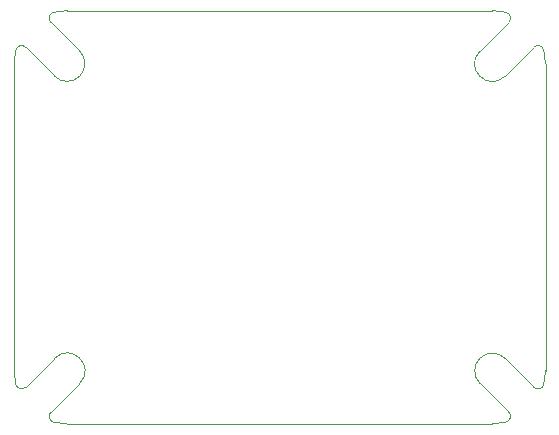
<source format=gbr>
%TF.GenerationSoftware,KiCad,Pcbnew,(7.0.0)*%
%TF.CreationDate,2023-03-04T14:16:48-06:00*%
%TF.ProjectId,pic16-pump-controller,70696331-362d-4707-956d-702d636f6e74,rev?*%
%TF.SameCoordinates,Original*%
%TF.FileFunction,Profile,NP*%
%FSLAX46Y46*%
G04 Gerber Fmt 4.6, Leading zero omitted, Abs format (unit mm)*
G04 Created by KiCad (PCBNEW (7.0.0)) date 2023-03-04 14:16:48*
%MOMM*%
%LPD*%
G01*
G04 APERTURE LIST*
%TA.AperFunction,Profile*%
%ADD10C,0.120000*%
%TD*%
G04 APERTURE END LIST*
D10*
X122499999Y-87000000D02*
G75*
G03*
X122346665Y-85835314I-4499999J0D01*
G01*
X122346662Y-85835290D02*
G75*
G03*
X121510147Y-85611147I-482962J-129410D01*
G01*
X122500000Y-87000000D02*
X122500000Y-113000000D01*
X121510100Y-85611200D02*
X119060700Y-88060700D01*
X122346666Y-114164686D02*
G75*
G03*
X122500000Y-113000000I-4346666J1164686D01*
G01*
X116939341Y-85939341D02*
G75*
G03*
X119060659Y-88060659I1060659J-1060659D01*
G01*
X121510147Y-114388853D02*
G75*
G03*
X122346663Y-114164710I353553J353553D01*
G01*
X119388800Y-83489900D02*
X116939300Y-85939300D01*
X121510100Y-114388800D02*
X119060700Y-111939300D01*
X119388853Y-83489853D02*
G75*
G03*
X119164710Y-82653337I-353553J353553D01*
G01*
X119060659Y-111939341D02*
G75*
G03*
X116939341Y-114060659I-1060659J-1060659D01*
G01*
X119164686Y-82653334D02*
G75*
G03*
X118000000Y-82500000I-1164686J-4346666D01*
G01*
X119388800Y-116510100D02*
X116939300Y-114060700D01*
X82000000Y-82500000D02*
X118000000Y-82500000D01*
X119164710Y-117346662D02*
G75*
G03*
X119388853Y-116510147I-129410J482962D01*
G01*
X82000000Y-82500001D02*
G75*
G03*
X80835314Y-82653335I0J-4499999D01*
G01*
X118000000Y-117499999D02*
G75*
G03*
X119164686Y-117346665I0J4499999D01*
G01*
X80835290Y-82653338D02*
G75*
G03*
X80611147Y-83489853I129410J-482962D01*
G01*
X118000000Y-117500000D02*
X82000000Y-117500000D01*
X80611200Y-83489900D02*
X83060700Y-85939300D01*
X80835314Y-117346666D02*
G75*
G03*
X82000000Y-117500000I1164686J4346666D01*
G01*
X80939341Y-88060659D02*
G75*
G03*
X83060659Y-85939341I1060659J1060659D01*
G01*
X80611147Y-116510147D02*
G75*
G03*
X80835290Y-117346663I353553J-353553D01*
G01*
X78489900Y-85611200D02*
X80939300Y-88060700D01*
X80611200Y-116510100D02*
X83060700Y-114060700D01*
X78489853Y-85611147D02*
G75*
G03*
X77653337Y-85835290I-353553J-353553D01*
G01*
X83060659Y-114060659D02*
G75*
G03*
X80939341Y-111939341I-1060659J1060659D01*
G01*
X77653334Y-85835314D02*
G75*
G03*
X77500000Y-87000000I4346666J-1164686D01*
G01*
X78489900Y-114388800D02*
X80939300Y-111939300D01*
X77500000Y-113000000D02*
X77500000Y-87000000D01*
X77653338Y-114164710D02*
G75*
G03*
X78489853Y-114388853I482962J129410D01*
G01*
X77500001Y-113000000D02*
G75*
G03*
X77653335Y-114164686I4499999J0D01*
G01*
M02*

</source>
